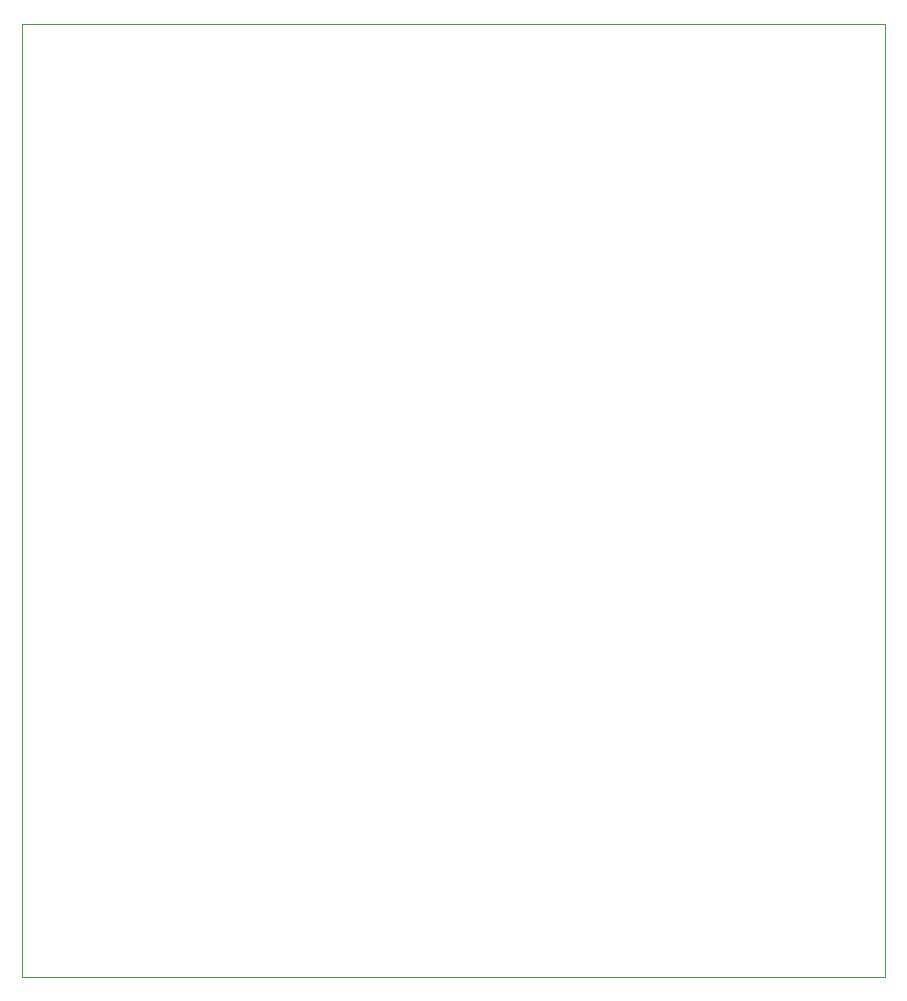
<source format=gbr>
%TF.GenerationSoftware,KiCad,Pcbnew,7.0.7*%
%TF.CreationDate,2024-08-07T00:19:30-05:00*%
%TF.ProjectId,TMS2V,544d5332-562e-46b6-9963-61645f706362,rev?*%
%TF.SameCoordinates,Original*%
%TF.FileFunction,Profile,NP*%
%FSLAX46Y46*%
G04 Gerber Fmt 4.6, Leading zero omitted, Abs format (unit mm)*
G04 Created by KiCad (PCBNEW 7.0.7) date 2024-08-07 00:19:30*
%MOMM*%
%LPD*%
G01*
G04 APERTURE LIST*
%TA.AperFunction,Profile*%
%ADD10C,0.100000*%
%TD*%
G04 APERTURE END LIST*
D10*
X116840000Y-72390000D02*
X189865000Y-72390000D01*
X189865000Y-153035000D01*
X116840000Y-153035000D01*
X116840000Y-72390000D01*
M02*

</source>
